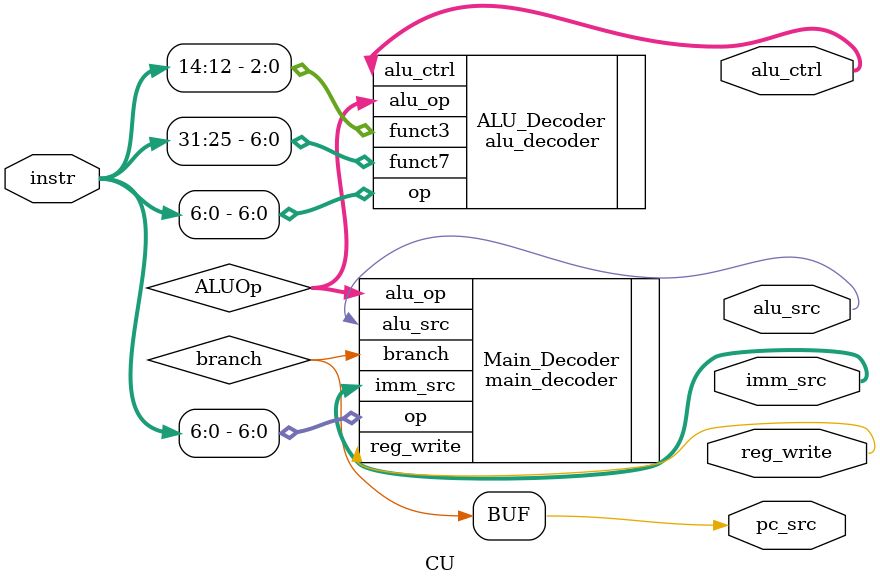
<source format=sv>
module CU #(
    parameter WIDTH = 32
) (
    input logic     [WIDTH-1:0]     instr,   // Instruction
    output logic                    pc_src,
    // output logic                    result_src,
    // output logic                    mem_write,
    output logic    [2:0]           alu_ctrl,
    output logic                    alu_src,
    output logic    [1:0]           imm_src,
    output logic                    reg_write

);

    logic [1:0] ALUOp;
    logic branch;

    assign pc_src = branch;

    main_decoder Main_Decoder (
        .op(instr[6:0]),
        .branch(branch),
        // .result_src(result_src),
        // .mem_write(mem_write),
        .alu_src(alu_src),
        .imm_src(imm_src),
        .reg_write(reg_write),
        .alu_op(ALUOp)
    );

    alu_decoder ALU_Decoder (
        .alu_op(ALUOp),
        .op(instr[6:0]),
        .funct3(instr[14:12]),
        .funct7(instr[31:25]),
        .alu_ctrl(alu_ctrl)
    );

endmodule

</source>
